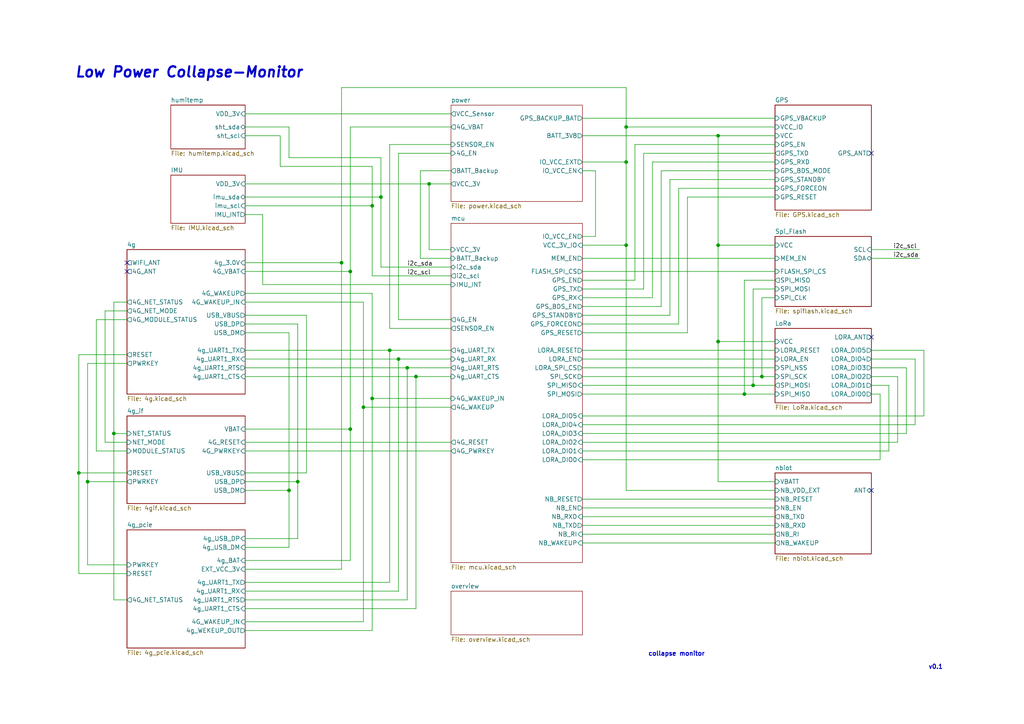
<source format=kicad_sch>
(kicad_sch (version 20211123) (generator eeschema)
  (paper "A4")
  (lib_symbols)
  (junction (at 113.03 101.6))
  (junction (at 107.95 115.57))
  (junction (at 33.02 125.73))
  (junction (at 124.46 53.34))
  (junction (at 101.6 124.46))
  (junction (at 215.9 114.3))
  (junction (at 110.49 57.15))
  (junction (at 118.11 106.68))
  (junction (at 101.6 78.74))
  (junction (at 208.28 39.37))
  (junction (at 208.28 99.06))
  (junction (at 181.61 36.83))
  (junction (at 218.44 111.76))
  (junction (at 99.06 76.2))
  (junction (at 120.65 109.22))
  (junction (at 22.86 137.16))
  (junction (at 25.4 139.7))
  (junction (at 107.95 59.69))
  (junction (at 83.82 142.24))
  (junction (at 115.57 104.14))
  (junction (at 105.41 118.11))
  (junction (at 86.36 139.7))
  (junction (at 208.28 71.12))
  (junction (at 220.98 109.22))
  (junction (at 181.61 46.99))
  (junction (at 181.61 71.12))
  (no_connect (at 252.73 142.24))
  (no_connect (at 252.73 44.45))
  (no_connect (at 252.73 97.79))
  (no_connect (at 36.83 78.74))
  (no_connect (at 36.83 76.2))
  (wire (pts (xy 168.91 123.19) (xy 265.43 123.19)))
  (wire (pts (xy 107.95 85.09) (xy 107.95 115.57)))
  (wire (pts (xy 115.57 104.14) (xy 115.57 171.45)))
  (wire (pts (xy 168.91 154.94) (xy 224.79 154.94)))
  (wire (pts (xy 252.73 109.22) (xy 260.35 109.22)))
  (wire (pts (xy 25.4 163.83) (xy 36.83 163.83)))
  (wire (pts (xy 115.57 92.71) (xy 115.57 44.45)))
  (wire (pts (xy 118.11 106.68) (xy 118.11 173.99)))
  (wire (pts (xy 168.91 101.6) (xy 224.79 101.6)))
  (wire (pts (xy 115.57 44.45) (xy 130.81 44.45)))
  (wire (pts (xy 181.61 36.83) (xy 224.79 36.83)))
  (wire (pts (xy 252.73 72.39) (xy 266.7 72.39)))
  (wire (pts (xy 199.39 96.52) (xy 168.91 96.52)))
  (wire (pts (xy 267.97 101.6) (xy 267.97 120.65)))
  (wire (pts (xy 168.91 106.68) (xy 224.79 106.68)))
  (wire (pts (xy 168.91 88.9) (xy 191.77 88.9)))
  (wire (pts (xy 220.98 109.22) (xy 224.79 109.22)))
  (wire (pts (xy 130.81 49.53) (xy 121.92 49.53)))
  (wire (pts (xy 101.6 124.46) (xy 101.6 162.56)))
  (wire (pts (xy 105.41 118.11) (xy 105.41 180.34)))
  (wire (pts (xy 120.65 109.22) (xy 120.65 176.53)))
  (wire (pts (xy 99.06 76.2) (xy 99.06 165.1)))
  (wire (pts (xy 255.27 114.3) (xy 255.27 133.35)))
  (wire (pts (xy 252.73 111.76) (xy 257.81 111.76)))
  (wire (pts (xy 71.12 39.37) (xy 81.28 39.37)))
  (wire (pts (xy 168.91 81.28) (xy 184.15 81.28)))
  (wire (pts (xy 71.12 128.27) (xy 130.81 128.27)))
  (wire (pts (xy 168.91 104.14) (xy 224.79 104.14)))
  (wire (pts (xy 252.73 101.6) (xy 267.97 101.6)))
  (wire (pts (xy 22.86 102.87) (xy 22.86 137.16)))
  (wire (pts (xy 107.95 115.57) (xy 130.81 115.57)))
  (wire (pts (xy 105.41 87.63) (xy 105.41 118.11)))
  (wire (pts (xy 168.91 152.4) (xy 224.79 152.4)))
  (wire (pts (xy 168.91 109.22) (xy 220.98 109.22)))
  (wire (pts (xy 113.03 101.6) (xy 113.03 168.91)))
  (wire (pts (xy 33.02 125.73) (xy 33.02 173.99)))
  (wire (pts (xy 208.28 39.37) (xy 208.28 71.12)))
  (wire (pts (xy 168.91 157.48) (xy 224.79 157.48)))
  (wire (pts (xy 110.49 77.47) (xy 130.81 77.47)))
  (wire (pts (xy 83.82 158.75) (xy 71.12 158.75)))
  (wire (pts (xy 71.12 106.68) (xy 118.11 106.68)))
  (wire (pts (xy 113.03 168.91) (xy 71.12 168.91)))
  (wire (pts (xy 101.6 78.74) (xy 101.6 124.46)))
  (wire (pts (xy 186.69 44.45) (xy 186.69 83.82)))
  (wire (pts (xy 71.12 87.63) (xy 105.41 87.63)))
  (wire (pts (xy 224.79 54.61) (xy 196.85 54.61)))
  (wire (pts (xy 25.4 139.7) (xy 25.4 163.83)))
  (wire (pts (xy 113.03 95.25) (xy 113.03 41.91)))
  (wire (pts (xy 252.73 106.68) (xy 262.89 106.68)))
  (wire (pts (xy 99.06 25.4) (xy 181.61 25.4)))
  (wire (pts (xy 71.12 36.83) (xy 83.82 36.83)))
  (wire (pts (xy 168.91 46.99) (xy 181.61 46.99)))
  (wire (pts (xy 36.83 87.63) (xy 33.02 87.63)))
  (wire (pts (xy 208.28 99.06) (xy 208.28 139.7)))
  (wire (pts (xy 181.61 25.4) (xy 181.61 36.83)))
  (wire (pts (xy 218.44 111.76) (xy 224.79 111.76)))
  (wire (pts (xy 30.48 128.27) (xy 30.48 90.17)))
  (wire (pts (xy 115.57 104.14) (xy 130.81 104.14)))
  (wire (pts (xy 168.91 114.3) (xy 215.9 114.3)))
  (wire (pts (xy 113.03 101.6) (xy 130.81 101.6)))
  (wire (pts (xy 71.12 130.81) (xy 130.81 130.81)))
  (wire (pts (xy 22.86 137.16) (xy 36.83 137.16)))
  (wire (pts (xy 83.82 142.24) (xy 83.82 158.75)))
  (wire (pts (xy 71.12 109.22) (xy 120.65 109.22)))
  (wire (pts (xy 83.82 45.72) (xy 110.49 45.72)))
  (wire (pts (xy 27.94 130.81) (xy 36.83 130.81)))
  (wire (pts (xy 36.83 92.71) (xy 27.94 92.71)))
  (wire (pts (xy 189.23 46.99) (xy 224.79 46.99)))
  (wire (pts (xy 130.81 53.34) (xy 124.46 53.34)))
  (wire (pts (xy 168.91 39.37) (xy 208.28 39.37)))
  (wire (pts (xy 99.06 165.1) (xy 71.12 165.1)))
  (wire (pts (xy 260.35 109.22) (xy 260.35 128.27)))
  (wire (pts (xy 36.83 102.87) (xy 22.86 102.87)))
  (wire (pts (xy 71.12 76.2) (xy 99.06 76.2)))
  (wire (pts (xy 110.49 57.15) (xy 110.49 77.47)))
  (wire (pts (xy 265.43 104.14) (xy 265.43 123.19)))
  (wire (pts (xy 107.95 59.69) (xy 107.95 48.26)))
  (wire (pts (xy 208.28 71.12) (xy 224.79 71.12)))
  (wire (pts (xy 83.82 142.24) (xy 71.12 142.24)))
  (wire (pts (xy 115.57 171.45) (xy 71.12 171.45)))
  (wire (pts (xy 168.91 147.32) (xy 224.79 147.32)))
  (wire (pts (xy 252.73 104.14) (xy 265.43 104.14)))
  (wire (pts (xy 168.91 111.76) (xy 218.44 111.76)))
  (wire (pts (xy 22.86 166.37) (xy 36.83 166.37)))
  (wire (pts (xy 208.28 39.37) (xy 224.79 39.37)))
  (wire (pts (xy 208.28 99.06) (xy 224.79 99.06)))
  (wire (pts (xy 25.4 105.41) (xy 25.4 139.7)))
  (wire (pts (xy 110.49 57.15) (xy 110.49 45.72)))
  (wire (pts (xy 88.9 91.44) (xy 88.9 137.16)))
  (wire (pts (xy 196.85 93.98) (xy 168.91 93.98)))
  (wire (pts (xy 76.2 62.23) (xy 76.2 82.55)))
  (wire (pts (xy 215.9 81.28) (xy 215.9 114.3)))
  (wire (pts (xy 168.91 144.78) (xy 224.79 144.78)))
  (wire (pts (xy 71.12 93.98) (xy 86.36 93.98)))
  (wire (pts (xy 218.44 83.82) (xy 218.44 111.76)))
  (wire (pts (xy 172.72 49.53) (xy 172.72 68.58)))
  (wire (pts (xy 168.91 68.58) (xy 172.72 68.58)))
  (wire (pts (xy 101.6 78.74) (xy 71.12 78.74)))
  (wire (pts (xy 83.82 96.52) (xy 83.82 142.24)))
  (wire (pts (xy 71.12 53.34) (xy 124.46 53.34)))
  (wire (pts (xy 194.31 91.44) (xy 168.91 91.44)))
  (wire (pts (xy 184.15 41.91) (xy 184.15 81.28)))
  (wire (pts (xy 36.83 105.41) (xy 25.4 105.41)))
  (wire (pts (xy 220.98 86.36) (xy 220.98 109.22)))
  (wire (pts (xy 86.36 139.7) (xy 71.12 139.7)))
  (wire (pts (xy 168.91 49.53) (xy 172.72 49.53)))
  (wire (pts (xy 168.91 133.35) (xy 255.27 133.35)))
  (wire (pts (xy 121.92 74.93) (xy 130.81 74.93)))
  (wire (pts (xy 184.15 41.91) (xy 224.79 41.91)))
  (wire (pts (xy 120.65 109.22) (xy 130.81 109.22)))
  (wire (pts (xy 25.4 139.7) (xy 36.83 139.7)))
  (wire (pts (xy 30.48 90.17) (xy 36.83 90.17)))
  (wire (pts (xy 113.03 41.91) (xy 130.81 41.91)))
  (wire (pts (xy 81.28 39.37) (xy 81.28 48.26)))
  (wire (pts (xy 76.2 82.55) (xy 130.81 82.55)))
  (wire (pts (xy 71.12 124.46) (xy 101.6 124.46)))
  (wire (pts (xy 224.79 83.82) (xy 218.44 83.82)))
  (wire (pts (xy 71.12 173.99) (xy 118.11 173.99)))
  (wire (pts (xy 71.12 33.02) (xy 130.81 33.02)))
  (wire (pts (xy 208.28 139.7) (xy 224.79 139.7)))
  (wire (pts (xy 168.91 71.12) (xy 181.61 71.12)))
  (wire (pts (xy 71.12 182.88) (xy 107.95 182.88)))
  (wire (pts (xy 168.91 78.74) (xy 224.79 78.74)))
  (wire (pts (xy 101.6 36.83) (xy 101.6 78.74)))
  (wire (pts (xy 168.91 34.29) (xy 224.79 34.29)))
  (wire (pts (xy 194.31 52.07) (xy 194.31 91.44)))
  (wire (pts (xy 262.89 106.68) (xy 262.89 125.73)))
  (wire (pts (xy 107.95 80.01) (xy 130.81 80.01)))
  (wire (pts (xy 168.91 83.82) (xy 186.69 83.82)))
  (wire (pts (xy 83.82 36.83) (xy 83.82 45.72)))
  (wire (pts (xy 252.73 114.3) (xy 255.27 114.3)))
  (wire (pts (xy 88.9 137.16) (xy 71.12 137.16)))
  (wire (pts (xy 120.65 176.53) (xy 71.12 176.53)))
  (wire (pts (xy 215.9 114.3) (xy 224.79 114.3)))
  (wire (pts (xy 118.11 106.68) (xy 130.81 106.68)))
  (wire (pts (xy 86.36 156.21) (xy 71.12 156.21)))
  (wire (pts (xy 86.36 139.7) (xy 86.36 156.21)))
  (wire (pts (xy 71.12 57.15) (xy 110.49 57.15)))
  (wire (pts (xy 199.39 57.15) (xy 199.39 96.52)))
  (wire (pts (xy 168.91 149.86) (xy 224.79 149.86)))
  (wire (pts (xy 191.77 49.53) (xy 224.79 49.53)))
  (wire (pts (xy 107.95 115.57) (xy 107.95 182.88)))
  (wire (pts (xy 22.86 137.16) (xy 22.86 166.37)))
  (wire (pts (xy 33.02 125.73) (xy 36.83 125.73)))
  (wire (pts (xy 257.81 130.81) (xy 168.91 130.81)))
  (wire (pts (xy 71.12 104.14) (xy 115.57 104.14)))
  (wire (pts (xy 101.6 162.56) (xy 71.12 162.56)))
  (wire (pts (xy 124.46 72.39) (xy 130.81 72.39)))
  (wire (pts (xy 191.77 88.9) (xy 191.77 49.53)))
  (wire (pts (xy 224.79 57.15) (xy 199.39 57.15)))
  (wire (pts (xy 71.12 62.23) (xy 76.2 62.23)))
  (wire (pts (xy 30.48 128.27) (xy 36.83 128.27)))
  (wire (pts (xy 257.81 111.76) (xy 257.81 130.81)))
  (wire (pts (xy 107.95 59.69) (xy 107.95 80.01)))
  (wire (pts (xy 168.91 125.73) (xy 262.89 125.73)))
  (wire (pts (xy 105.41 180.34) (xy 71.12 180.34)))
  (wire (pts (xy 130.81 92.71) (xy 115.57 92.71)))
  (wire (pts (xy 105.41 118.11) (xy 130.81 118.11)))
  (wire (pts (xy 196.85 54.61) (xy 196.85 93.98)))
  (wire (pts (xy 71.12 91.44) (xy 88.9 91.44)))
  (wire (pts (xy 208.28 71.12) (xy 208.28 99.06)))
  (wire (pts (xy 168.91 86.36) (xy 189.23 86.36)))
  (wire (pts (xy 33.02 87.63) (xy 33.02 125.73)))
  (wire (pts (xy 124.46 53.34) (xy 124.46 72.39)))
  (wire (pts (xy 260.35 128.27) (xy 168.91 128.27)))
  (wire (pts (xy 33.02 173.99) (xy 36.83 173.99)))
  (wire (pts (xy 130.81 95.25) (xy 113.03 95.25)))
  (wire (pts (xy 181.61 46.99) (xy 181.61 71.12)))
  (wire (pts (xy 81.28 48.26) (xy 107.95 48.26)))
  (wire (pts (xy 181.61 71.12) (xy 181.61 142.24)))
  (wire (pts (xy 224.79 52.07) (xy 194.31 52.07)))
  (wire (pts (xy 71.12 85.09) (xy 107.95 85.09)))
  (wire (pts (xy 181.61 36.83) (xy 181.61 46.99)))
  (wire (pts (xy 27.94 92.71) (xy 27.94 130.81)))
  (wire (pts (xy 252.73 74.93) (xy 266.7 74.93)))
  (wire (pts (xy 86.36 93.98) (xy 86.36 139.7)))
  (wire (pts (xy 168.91 74.93) (xy 224.79 74.93)))
  (wire (pts (xy 99.06 76.2) (xy 99.06 25.4)))
  (wire (pts (xy 186.69 44.45) (xy 224.79 44.45)))
  (wire (pts (xy 71.12 59.69) (xy 107.95 59.69)))
  (wire (pts (xy 130.81 36.83) (xy 101.6 36.83)))
  (wire (pts (xy 71.12 101.6) (xy 113.03 101.6)))
  (wire (pts (xy 71.12 96.52) (xy 83.82 96.52)))
  (wire (pts (xy 267.97 120.65) (xy 168.91 120.65)))
  (wire (pts (xy 224.79 86.36) (xy 220.98 86.36)))
  (wire (pts (xy 189.23 46.99) (xy 189.23 86.36)))
  (wire (pts (xy 121.92 49.53) (xy 121.92 74.93)))
  (wire (pts (xy 224.79 81.28) (xy 215.9 81.28)))
  (wire (pts (xy 181.61 142.24) (xy 224.79 142.24)))
  (text "collapse monitor" (at 187.96 190.5 0) (effects (font (size 1.27 1.27) bold) (justify left bottom)))
  (text "v0.1" (at 269.24 194.31 0) (effects (font (size 1.27 1.27) bold) (justify left bottom)))
  (text "Low Power Collapse-Monitor" (at 21.59 22.86 0) (effects (font (size 3 3) (thickness 0.6) bold italic) (justify left bottom)))
  (label "i2c_scl" (at 118.11 80.01 0))
  (label "i2c_scl" (at 259.08 72.39 0))
  (label "i2c_sda" (at 118.11 77.47 0))
  (label "i2c_sda" (at 259.08 74.93 0))
  (sheet (at 224.79 68.58) (size 27.94 20.32) (stroke (width 0.1524))
    (property "Sheet name" "Spi_Flash" (at 224.79 67.8684 0) (effects (justify left bottom)))
    (property "Sheet file" "spiflash.kicad_sch" (at 224.79 89.4846 0) (effects (justify left top)))
    (pin "SPI_MISO" output (at 224.79 81.28 180))
    (pin "SPI_MOSI" input (at 224.79 83.82 180))
    (pin "VCC" input (at 224.79 71.12 180))
    (pin "FLASH_SPI_CS" input (at 224.79 78.74 180))
    (pin "SPI_CLK" input (at 224.79 86.36 180))
    (pin "MEM_EN" input (at 224.79 74.93 180))
    (pin "SCL" input (at 252.73 72.39 0))
    (pin "SDA" bidirectional (at 252.73 74.93 0))
  )
  (sheet (at 130.81 171.45) (size 38.1 12.7) (stroke (width 0.1524)) (fill (color 255 255 255 1.0000))
    (property "Sheet name" "overview" (at 130.81 170.7384 0) (effects (justify left bottom)))
    (property "Sheet file" "overview.kicad_sch" (at 130.81 184.7346 0) (effects (justify left top)))
  )
  (sheet (at 36.83 153.67) (size 34.29 34.29) (stroke (width 0.1524))
    (property "Sheet name" "4g_pcie" (at 36.83 152.9584 0) (effects (justify left bottom)))
    (property "Sheet file" "4g_pcie.kicad_sch" (at 36.83 188.5446 0) (effects (justify left top)))
    (pin "4g_UART1_CTS" input (at 71.12 176.53 0))
    (pin "4G_NET_STATUS" output (at 36.83 173.99 180))
    (pin "4G_WAKEUP_IN" input (at 71.12 180.34 0))
    (pin "4g_WEKEUP_OUT" output (at 71.12 182.88 0))
    (pin "4g_UART1_TX" output (at 71.12 168.91 0))
    (pin "4g_USB_DP" input (at 71.12 156.21 0))
    (pin "4g_UART1_RX" input (at 71.12 171.45 0))
    (pin "4g_USB_DM" input (at 71.12 158.75 0))
    (pin "4g_UART1_RTS" output (at 71.12 173.99 0))
    (pin "PWRKEY" input (at 36.83 163.83 180))
    (pin "EXT_VCC_3V" input (at 71.12 165.1 0))
    (pin "RESET" input (at 36.83 166.37 180))
    (pin "4g_BAT" input (at 71.12 162.56 0))
  )
  (sheet (at 130.81 64.77) (size 38.1 98.425) (stroke (width 0.1524)) (fill (color 255 255 255 1.0000))
    (property "Sheet name" "mcu" (at 130.81 64.0584 0) (effects (justify left bottom)))
    (property "Sheet file" "mcu.kicad_sch" (at 130.81 163.7796 0) (effects (justify left top)))
    (pin "BATT_Backup" input (at 130.81 74.93 180))
    (pin "VCC_3V" input (at 130.81 72.39 180))
    (pin "i2c_sda" bidirectional (at 130.81 77.47 180))
    (pin "i2c_scl" output (at 130.81 80.01 180))
    (pin "GPS_TX" output (at 168.91 83.82 0))
    (pin "GPS_RX" input (at 168.91 86.36 0))
    (pin "GPS_EN" output (at 168.91 81.28 0))
    (pin "GPS_BDS_EN" output (at 168.91 88.9 0))
    (pin "SPI_SCK" output (at 168.91 109.22 0))
    (pin "SPI_MISO" input (at 168.91 111.76 0))
    (pin "SPI_MOSI" output (at 168.91 114.3 0))
    (pin "4g_UART_TX" output (at 130.81 101.6 180))
    (pin "4g_UART_RX" input (at 130.81 104.14 180))
    (pin "4g_UART_RTS" output (at 130.81 106.68 180))
    (pin "4g_UART_CTS" input (at 130.81 109.22 180))
    (pin "4G_EN" output (at 130.81 92.71 180))
    (pin "4G_RESET" output (at 130.81 128.27 180))
    (pin "4G_PWRKEY" output (at 130.81 130.81 180))
    (pin "NB_RESET" output (at 168.91 144.78 0))
    (pin "NB_RI" input (at 168.91 154.94 0))
    (pin "NB_EN" output (at 168.91 147.32 0))
    (pin "NB_RXD" input (at 168.91 149.86 0))
    (pin "NB_TXD" output (at 168.91 152.4 0))
    (pin "LORA_DIO0" input (at 168.91 133.35 0))
    (pin "LORA_DIO1" input (at 168.91 130.81 0))
    (pin "LORA_DIO5" input (at 168.91 120.65 0))
    (pin "LORA_DIO2" input (at 168.91 128.27 0))
    (pin "LORA_DIO3" input (at 168.91 125.73 0))
    (pin "LORA_DIO4" input (at 168.91 123.19 0))
    (pin "4G_WAKEUP" output (at 130.81 118.11 180))
    (pin "4G_WAKEUP_IN" input (at 130.81 115.57 180))
    (pin "SENSOR_EN" output (at 130.81 95.25 180))
    (pin "IMU_INT" input (at 130.81 82.55 180))
    (pin "IO_VCC_EN" output (at 168.91 68.58 0))
    (pin "GPS_FORCEON" output (at 168.91 93.98 0))
    (pin "GPS_RESET" output (at 168.91 96.52 0))
    (pin "GPS_STANDBY" output (at 168.91 91.44 0))
    (pin "LORA_SPI_CS" output (at 168.91 106.68 0))
    (pin "LORA_EN" output (at 168.91 104.14 0))
    (pin "LORA_RESET" output (at 168.91 101.6 0))
    (pin "FLASH_SPI_CS" output (at 168.91 78.74 0))
    (pin "MEM_EN" output (at 168.91 74.93 0))
    (pin "VCC_3V_IO" input (at 168.91 71.12 0))
    (pin "NB_WAKEUP" input (at 168.91 157.48 0))
  )
  (sheet (at 49.53 50.8) (size 21.59 13.97) (stroke (width 0.1524))
    (property "Sheet name" "IMU" (at 49.53 50.0884 0) (effects (justify left bottom)))
    (property "Sheet file" "IMU.kicad_sch" (at 49.53 65.3546 0) (effects (justify left top)))
    (pin "IMU_INT" output (at 71.12 62.23 0))
    (pin "VDD_3V" input (at 71.12 53.34 0))
    (pin "imu_sda" bidirectional (at 71.12 57.15 0))
    (pin "imu_scl" input (at 71.12 59.69 0))
  )
  (sheet (at 36.83 72.39) (size 34.29 41.91) (stroke (width 0.1524))
    (property "Sheet name" "4g" (at 36.83 71.6784 0) (effects (justify left bottom)))
    (property "Sheet file" "4g.kicad_sch" (at 36.83 114.8846 0) (effects (justify left top)))
    (pin "WIFI_ANT" output (at 36.83 76.2 180))
    (pin "4G_ANT" output (at 36.83 78.74 180))
    (pin "4G_WAKEUP" output (at 71.12 85.09 0))
    (pin "4G_WAKEUP_IN" input (at 71.12 87.63 0))
    (pin "4g_3.0V" input (at 71.12 76.2 0))
    (pin "4g_UART1_RTS" output (at 71.12 106.68 0))
    (pin "4g_UART1_TX" output (at 71.12 101.6 0))
    (pin "4g_UART1_RX" input (at 71.12 104.14 0))
    (pin "4g_UART1_CTS" input (at 71.12 109.22 0))
    (pin "4G_VBAT" input (at 71.12 78.74 0))
    (pin "PWRKEY" output (at 36.83 105.41 180))
    (pin "RESET" output (at 36.83 102.87 180))
    (pin "4G_NET_STATUS" output (at 36.83 87.63 180))
    (pin "4G_NET_MODE" output (at 36.83 90.17 180))
    (pin "4G_MODULE_STATUS" output (at 36.83 92.71 180))
    (pin "USB_VBUS" output (at 71.12 91.44 0))
    (pin "USB_DM" output (at 71.12 96.52 0))
    (pin "USB_DP" output (at 71.12 93.98 0))
  )
  (sheet (at 224.79 137.16) (size 27.94 23.495) (stroke (width 0.1524))
    (property "Sheet name" "nbiot" (at 224.79 136.4484 0) (effects (justify left bottom)))
    (property "Sheet file" "nbiot.kicad_sch" (at 224.79 161.2396 0) (effects (justify left top)))
    (pin "ANT" bidirectional (at 252.73 142.24 0))
    (pin "NB_RESET" input (at 224.79 144.78 180))
    (pin "VBATT" input (at 224.79 139.7 180))
    (pin "NB_EN" input (at 224.79 147.32 180))
    (pin "NB_RXD" input (at 224.79 152.4 180))
    (pin "NB_RI" output (at 224.79 154.94 180))
    (pin "NB_TXD" output (at 224.79 149.86 180))
    (pin "NB_VDD_EXT" input (at 224.79 142.24 180))
    (pin "NB_WAKEUP" output (at 224.79 157.48 180))
  )
  (sheet (at 130.81 30.48) (size 38.1 27.94) (stroke (width 0.1524)) (fill (color 255 255 255 1.0000))
    (property "Sheet name" "power" (at 130.81 29.7684 0) (effects (justify left bottom)))
    (property "Sheet file" "power.kicad_sch" (at 130.81 59.0046 0) (effects (justify left top)))
    (pin "BATT_Backup" output (at 130.81 49.53 180))
    (pin "VCC_3V" output (at 130.81 53.34 180))
    (pin "BATT_3V8" output (at 168.91 39.37 0))
    (pin "4G_VBAT" output (at 130.81 36.83 180))
    (pin "4G_EN" input (at 130.81 44.45 180))
    (pin "SENSOR_EN" input (at 130.81 41.91 180))
    (pin "VCC_Sensor" output (at 130.81 33.02 180))
    (pin "IO_VCC_EXT" output (at 168.91 46.99 0))
    (pin "IO_VCC_EN" input (at 168.91 49.53 0))
    (pin "GPS_BACKUP_BAT" output (at 168.91 34.29 0))
  )
  (sheet (at 224.79 95.25) (size 27.94 21.59) (stroke (width 0.1524))
    (property "Sheet name" "LoRa" (at 224.79 94.5384 0) (effects (justify left bottom)))
    (property "Sheet file" "LoRa.kicad_sch" (at 224.79 117.4246 0) (effects (justify left top)))
    (pin "SPI_MISO" input (at 224.79 114.3 180))
    (pin "SPI_MOSI" output (at 224.79 111.76 180))
    (pin "LORA_RESET" input (at 224.79 101.6 180))
    (pin "SPI_SCK" input (at 224.79 109.22 180))
    (pin "SPI_NSS" input (at 224.79 106.68 180))
    (pin "LORA_EN" input (at 224.79 104.14 180))
    (pin "VCC" input (at 224.79 99.06 180))
    (pin "LORA_ANT" output (at 252.73 97.79 0))
    (pin "LORA_DIO5" output (at 252.73 101.6 0))
    (pin "LORA_DIO4" output (at 252.73 104.14 0))
    (pin "LORA_DIO3" output (at 252.73 106.68 0))
    (pin "LORA_DIO2" output (at 252.73 109.22 0))
    (pin "LORA_DIO1" output (at 252.73 111.76 0))
    (pin "LORA_DIO0" output (at 252.73 114.3 0))
  )
  (sheet (at 49.53 30.48) (size 21.59 12.7) (stroke (width 0.1524))
    (property "Sheet name" "humitemp" (at 49.53 29.7684 0) (effects (justify left bottom)))
    (property "Sheet file" "humitemp.kicad_sch" (at 49.53 43.7646 0) (effects (justify left top)))
    (pin "sht_scl" input (at 71.12 39.37 0))
    (pin "VDD_3V" input (at 71.12 33.02 0))
    (pin "sht_sda" bidirectional (at 71.12 36.83 0))
  )
  (sheet (at 224.79 30.48) (size 27.94 30.48) (stroke (width 0.1524))
    (property "Sheet name" "GPS" (at 224.79 29.7684 0) (effects (justify left bottom)))
    (property "Sheet file" "GPS.kicad_sch" (at 224.79 61.5446 0) (effects (justify left top)))
    (pin "VCC" input (at 224.79 39.37 180))
    (pin "GPS_EN" input (at 224.79 41.91 180))
    (pin "GPS_BDS_MODE" input (at 224.79 49.53 180))
    (pin "GPS_VBACKUP" input (at 224.79 34.29 180))
    (pin "GPS_ANT" output (at 252.73 44.45 0))
    (pin "VCC_IO" input (at 224.79 36.83 180))
    (pin "GPS_STANDBY" input (at 224.79 52.07 180))
    (pin "GPS_FORCEON" input (at 224.79 54.61 180))
    (pin "GPS_RESET" input (at 224.79 57.15 180))
    (pin "GPS_RXD" input (at 224.79 46.99 180))
    (pin "GPS_TXD" output (at 224.79 44.45 180))
  )
  (sheet (at 36.83 120.65) (size 34.29 25.4) (stroke (width 0.1524))
    (property "Sheet name" "4g_if" (at 36.83 119.9384 0) (effects (justify left bottom)))
    (property "Sheet file" "4gif.kicad_sch" (at 36.83 146.6346 0) (effects (justify left top)))
    (pin "NET_STATUS" input (at 36.83 125.73 180))
    (pin "MODULE_STATUS" input (at 36.83 130.81 180))
    (pin "VBAT" input (at 71.12 124.46 0))
    (pin "NET_MODE" input (at 36.83 128.27 180))
    (pin "RESET" output (at 36.83 137.16 180))
    (pin "4G_RESET" input (at 71.12 128.27 0))
    (pin "4G_PWRKEY" input (at 71.12 130.81 0))
    (pin "PWRKEY" output (at 36.83 139.7 180))
    (pin "USB_DM" output (at 71.12 142.24 0))
    (pin "USB_DP" output (at 71.12 139.7 0))
    (pin "USB_VBUS" output (at 71.12 137.16 0))
  )
)
</source>
